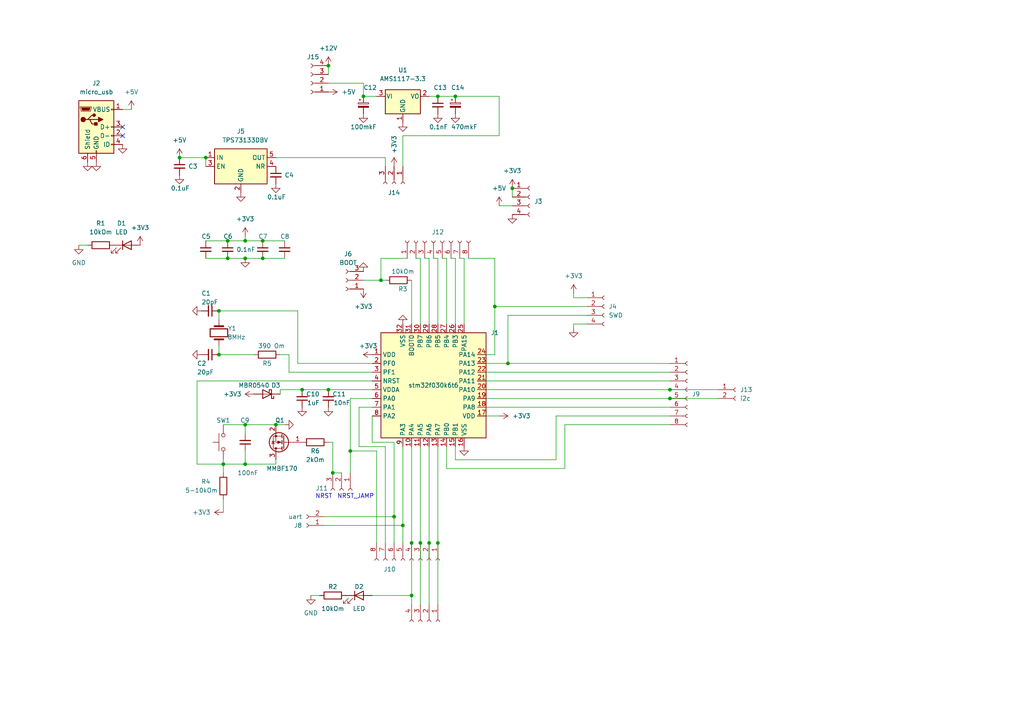
<source format=kicad_sch>
(kicad_sch (version 20230121) (generator eeschema)
  (paper "A4")
  (lib_symbols
    (symbol "Connector:Conn_01x02_Female" (pin_names (offset 1.016) hide)
      (property "Reference" "J" (at 0 2.54 0))
      (property "Value" "Conn_01x02_Female" (at 0 -5.08 0))
      (symbol "Conn_01x02_Female_1_1"
        (arc (start 0 -2.032) (mid -0.5058 -2.54) (end 0 -3.048) (stroke (width 0.1524)))
        (polyline (pts (xy -1.27 -2.54) (xy -0.508 -2.54)) (stroke (width 0.1524)))
        (polyline (pts (xy -1.27 0) (xy -0.508 0)) (stroke (width 0.1524)))
        (arc (start 0 0.508) (mid -0.5058 0) (end 0 -0.508) (stroke (width 0.1524)))
        (pin passive line (at -5.08 0 0) (length 3.81) (name "Pin_1") (number "1"))
        (pin passive line (at -5.08 -2.54 0) (length 3.81) (name "Pin_2") (number "2"))
      )
    )
    (symbol "Connector:Conn_01x03_Female" (pin_names (offset 1.016) hide)
      (property "Reference" "J" (at 0 5.08 0))
      (property "Value" "Conn_01x03_Female" (at 0 -5.08 0))
      (symbol "Conn_01x03_Female_1_1"
        (arc (start 0 -2.032) (mid -0.5058 -2.54) (end 0 -3.048) (stroke (width 0.1524)))
        (polyline (pts (xy -1.27 -2.54) (xy -0.508 -2.54)) (stroke (width 0.1524)))
        (polyline (pts (xy -1.27 0) (xy -0.508 0)) (stroke (width 0.1524)))
        (polyline (pts (xy -1.27 2.54) (xy -0.508 2.54)) (stroke (width 0.1524)))
        (arc (start 0 0.508) (mid -0.5058 0) (end 0 -0.508) (stroke (width 0.1524)))
        (arc (start 0 3.048) (mid -0.5058 2.54) (end 0 2.032) (stroke (width 0.1524)))
        (pin passive line (at -5.08 2.54 0) (length 3.81) (name "Pin_1") (number "1"))
        (pin passive line (at -5.08 0 0) (length 3.81) (name "Pin_2") (number "2"))
        (pin passive line (at -5.08 -2.54 0) (length 3.81) (name "Pin_3") (number "3"))
      )
    )
    (symbol "Connector:Conn_01x04_Female" (pin_names (offset 1.016) hide)
      (property "Reference" "J" (at 0 5.08 0))
      (property "Value" "Conn_01x04_Female" (at 0 -7.62 0))
      (symbol "Conn_01x04_Female_1_1"
        (arc (start 0 -4.572) (mid -0.5058 -5.08) (end 0 -5.588) (stroke (width 0.1524)))
        (arc (start 0 -2.032) (mid -0.5058 -2.54) (end 0 -3.048) (stroke (width 0.1524)))
        (polyline (pts (xy -1.27 -5.08) (xy -0.508 -5.08)) (stroke (width 0.1524)))
        (polyline (pts (xy -1.27 -2.54) (xy -0.508 -2.54)) (stroke (width 0.1524)))
        (polyline (pts (xy -1.27 0) (xy -0.508 0)) (stroke (width 0.1524)))
        (polyline (pts (xy -1.27 2.54) (xy -0.508 2.54)) (stroke (width 0.1524)))
        (arc (start 0 0.508) (mid -0.5058 0) (end 0 -0.508) (stroke (width 0.1524)))
        (arc (start 0 3.048) (mid -0.5058 2.54) (end 0 2.032) (stroke (width 0.1524)))
        (pin passive line (at -5.08 2.54 0) (length 3.81) (name "Pin_1") (number "1"))
        (pin passive line (at -5.08 0 0) (length 3.81) (name "Pin_2") (number "2"))
        (pin passive line (at -5.08 -2.54 0) (length 3.81) (name "Pin_3") (number "3"))
        (pin passive line (at -5.08 -5.08 0) (length 3.81) (name "Pin_4") (number "4"))
      )
    )
    (symbol "Connector:Conn_01x08_Female" (pin_names (offset 1.016) hide)
      (property "Reference" "J" (at 0 10.16 0))
      (property "Value" "Conn_01x08_Female" (at 0 -12.7 0))
      (symbol "Conn_01x08_Female_1_1"
        (arc (start 0 -9.652) (mid -0.5058 -10.16) (end 0 -10.668) (stroke (width 0.1524)))
        (arc (start 0 -7.112) (mid -0.5058 -7.62) (end 0 -8.128) (stroke (width 0.1524)))
        (arc (start 0 -4.572) (mid -0.5058 -5.08) (end 0 -5.588) (stroke (width 0.1524)))
        (arc (start 0 -2.032) (mid -0.5058 -2.54) (end 0 -3.048) (stroke (width 0.1524)))
        (polyline (pts (xy -1.27 -10.16) (xy -0.508 -10.16)) (stroke (width 0.1524)))
        (polyline (pts (xy -1.27 -7.62) (xy -0.508 -7.62)) (stroke (width 0.1524)))
        (polyline (pts (xy -1.27 -5.08) (xy -0.508 -5.08)) (stroke (width 0.1524)))
        (polyline (pts (xy -1.27 -2.54) (xy -0.508 -2.54)) (stroke (width 0.1524)))
        (polyline (pts (xy -1.27 0) (xy -0.508 0)) (stroke (width 0.1524)))
        (polyline (pts (xy -1.27 2.54) (xy -0.508 2.54)) (stroke (width 0.1524)))
        (polyline (pts (xy -1.27 5.08) (xy -0.508 5.08)) (stroke (width 0.1524)))
        (polyline (pts (xy -1.27 7.62) (xy -0.508 7.62)) (stroke (width 0.1524)))
        (arc (start 0 0.508) (mid -0.5058 0) (end 0 -0.508) (stroke (width 0.1524)))
        (arc (start 0 3.048) (mid -0.5058 2.54) (end 0 2.032) (stroke (width 0.1524)))
        (arc (start 0 5.588) (mid -0.5058 5.08) (end 0 4.572) (stroke (width 0.1524)))
        (arc (start 0 8.128) (mid -0.5058 7.62) (end 0 7.112) (stroke (width 0.1524)))
        (pin passive line (at -5.08 7.62 0) (length 3.81) (name "Pin_1") (number "1"))
        (pin passive line (at -5.08 5.08 0) (length 3.81) (name "Pin_2") (number "2"))
        (pin passive line (at -5.08 2.54 0) (length 3.81) (name "Pin_3") (number "3"))
        (pin passive line (at -5.08 0 0) (length 3.81) (name "Pin_4") (number "4"))
        (pin passive line (at -5.08 -2.54 0) (length 3.81) (name "Pin_5") (number "5"))
        (pin passive line (at -5.08 -5.08 0) (length 3.81) (name "Pin_6") (number "6"))
        (pin passive line (at -5.08 -7.62 0) (length 3.81) (name "Pin_7") (number "7"))
        (pin passive line (at -5.08 -10.16 0) (length 3.81) (name "Pin_8") (number "8"))
      )
    )
    (symbol "Connector:USB_B_Micro" (pin_names (offset 1.016))
      (property "Reference" "J" (at -5.08 11.43 0))
      (property "Value" "USB_B_Micro" (at -5.08 8.89 0))
      (symbol "USB_B_Micro_0_1"
        (rectangle (start -5.08 -7.62) (end 5.08 7.62) (stroke (width 0.254)) (fill (type background)))
        (circle (center -3.81 2.159) (radius 0.635) (stroke (width 0.254)) (fill (type outline)))
        (circle (center -0.635 3.429) (radius 0.381) (stroke (width 0.254)) (fill (type outline)))
        (rectangle (start -0.127 -7.62) (end 0.127 -6.858))
        (polyline (pts (xy -1.905 2.159) (xy 0.635 2.159)) (stroke (width 0.254)))
        (polyline (pts (xy -3.175 2.159) (xy -2.54 2.159) (xy -1.27 3.429) (xy -0.635 3.429)) (stroke (width 0.254)))
        (polyline (pts (xy -2.54 2.159) (xy -1.905 2.159) (xy -1.27 0.889) (xy 0 0.889)) (stroke (width 0.254)))
        (polyline (pts (xy 0.635 2.794) (xy 0.635 1.524) (xy 1.905 2.159) (xy 0.635 2.794)) (stroke (width 0.254)) (fill (type outline)))
        (polyline (pts (xy -4.318 5.588) (xy -1.778 5.588) (xy -2.032 4.826) (xy -4.064 4.826) (xy -4.318 5.588)) (fill (type outline)))
        (polyline (pts (xy -4.699 5.842) (xy -4.699 5.588) (xy -4.445 4.826) (xy -4.445 4.572) (xy -1.651 4.572) (xy -1.651 4.826) (xy -1.397 5.588) (xy -1.397 5.842) (xy -4.699 5.842)))
        (rectangle (start 0.254 1.27) (end -0.508 0.508) (stroke (width 0.254)) (fill (type outline)))
        (rectangle (start 5.08 -5.207) (end 4.318 -4.953))
        (rectangle (start 5.08 -2.667) (end 4.318 -2.413))
        (rectangle (start 5.08 -0.127) (end 4.318 0.127))
        (rectangle (start 5.08 4.953) (end 4.318 5.207))
      )
      (symbol "USB_B_Micro_1_1"
        (pin power_out line (at 7.62 5.08 180) (length 2.54) (name "VBUS") (number "1"))
        (pin bidirectional line (at 7.62 -2.54 180) (length 2.54) (name "D-") (number "2"))
        (pin bidirectional line (at 7.62 0 180) (length 2.54) (name "D+") (number "3"))
        (pin passive line (at 7.62 -5.08 180) (length 2.54) (name "ID") (number "4"))
        (pin power_out line (at 0 -10.16 90) (length 2.54) (name "GND") (number "5"))
        (pin passive line (at -2.54 -10.16 90) (length 2.54) (name "Shield") (number "6"))
      )
    )
    (symbol "Device:C_Polarized_Small" (pin_numbers hide) (pin_names (offset 0.254) hide)
      (property "Reference" "C" (at 0.254 1.778 0))
      (property "Value" "C_Polarized_Small" (at 0.254 -2.032 0))
      (symbol "C_Polarized_Small_0_1"
        (rectangle (start -1.524 -0.3048) (end 1.524 -0.6858) (fill (type outline)))
        (rectangle (start -1.524 0.6858) (end 1.524 0.3048))
        (polyline (pts (xy -1.27 1.524) (xy -0.762 1.524)))
        (polyline (pts (xy -1.016 1.27) (xy -1.016 1.778)))
      )
      (symbol "C_Polarized_Small_1_1"
        (pin passive line (at 0 2.54 270) (length 1.8542) (name "~") (number "1"))
        (pin passive line (at 0 -2.54 90) (length 1.8542) (name "~") (number "2"))
      )
    )
    (symbol "Device:C_Small" (pin_numbers hide) (pin_names (offset 0.254) hide)
      (property "Reference" "C" (at 0.254 1.778 0))
      (property "Value" "C_Small" (at 0.254 -2.032 0))
      (symbol "C_Small_0_1"
        (polyline (pts (xy -1.524 -0.508) (xy 1.524 -0.508)) (stroke (width 0.3302)))
        (polyline (pts (xy -1.524 0.508) (xy 1.524 0.508)) (stroke (width 0.3048)))
      )
      (symbol "C_Small_1_1"
        (pin passive line (at 0 2.54 270) (length 2.032) (name "~") (number "1"))
        (pin passive line (at 0 -2.54 90) (length 2.032) (name "~") (number "2"))
      )
    )
    (symbol "Device:Crystal" (pin_numbers hide) (pin_names (offset 1.016) hide)
      (property "Reference" "Y" (at 0 3.81 0))
      (property "Value" "Crystal" (at 0 -3.81 0))
      (symbol "Crystal_0_1"
        (rectangle (start -1.143 2.54) (end 1.143 -2.54) (stroke (width 0.3048)))
        (polyline (pts (xy -2.54 0) (xy -1.905 0)))
        (polyline (pts (xy -1.905 -1.27) (xy -1.905 1.27)) (stroke (width 0.508)))
        (polyline (pts (xy 1.905 -1.27) (xy 1.905 1.27)) (stroke (width 0.508)))
        (polyline (pts (xy 2.54 0) (xy 1.905 0)))
      )
      (symbol "Crystal_1_1"
        (pin passive line (at -3.81 0 0) (length 1.27) (name "1") (number "1"))
        (pin passive line (at 3.81 0 180) (length 1.27) (name "2") (number "2"))
      )
    )
    (symbol "Device:LED" (pin_numbers hide) (pin_names (offset 1.016) hide)
      (property "Reference" "D" (at 0 2.54 0))
      (property "Value" "LED" (at 0 -2.54 0))
      (symbol "LED_0_1"
        (polyline (pts (xy -1.27 -1.27) (xy -1.27 1.27)) (stroke (width 0.254)))
        (polyline (pts (xy -1.27 0) (xy 1.27 0)))
        (polyline (pts (xy 1.27 -1.27) (xy 1.27 1.27) (xy -1.27 0) (xy 1.27 -1.27)) (stroke (width 0.254)))
        (polyline (pts (xy -3.048 -0.762) (xy -4.572 -2.286) (xy -3.81 -2.286) (xy -4.572 -2.286) (xy -4.572 -1.524)))
        (polyline (pts (xy -1.778 -0.762) (xy -3.302 -2.286) (xy -2.54 -2.286) (xy -3.302 -2.286) (xy -3.302 -1.524)))
      )
      (symbol "LED_1_1"
        (pin passive line (at -3.81 0 0) (length 2.54) (name "K") (number "1"))
        (pin passive line (at 3.81 0 180) (length 2.54) (name "A") (number "2"))
      )
    )
    (symbol "Device:R" (pin_numbers hide) (pin_names (offset 0))
      (property "Reference" "R" (at 2.032 0 90))
      (property "Value" "R" (at 0 0 90))
      (symbol "R_0_1"
        (rectangle (start -1.016 -2.54) (end 1.016 2.54) (stroke (width 0.254)))
      )
      (symbol "R_1_1"
        (pin passive line (at 0 3.81 270) (length 1.27) (name "~") (number "1"))
        (pin passive line (at 0 -3.81 90) (length 1.27) (name "~") (number "2"))
      )
    )
    (symbol "Diode:MBR0540" (pin_numbers hide) (pin_names (offset 1.016) hide)
      (property "Reference" "D" (at 0 2.54 0))
      (property "Value" "MBR0540" (at 0 -2.54 0))
      (symbol "MBR0540_0_1"
        (polyline (pts (xy 1.27 0) (xy -1.27 0)))
        (polyline (pts (xy 1.27 1.27) (xy 1.27 -1.27) (xy -1.27 0) (xy 1.27 1.27)) (stroke (width 0.254)))
        (polyline (pts (xy -1.905 0.635) (xy -1.905 1.27) (xy -1.27 1.27) (xy -1.27 -1.27) (xy -0.635 -1.27) (xy -0.635 -0.635)) (stroke (width 0.254)))
      )
      (symbol "MBR0540_1_1"
        (pin passive line (at -3.81 0 0) (length 2.54) (name "K") (number "1"))
        (pin passive line (at 3.81 0 180) (length 2.54) (name "A") (number "2"))
      )
    )
    (symbol "Regulator_Linear:AMS1117-3.3" (pin_names (offset 0.254))
      (property "Reference" "U" (at -3.81 3.175 0))
      (property "Value" "AMS1117-3.3" (at 0 3.175 0))
      (symbol "AMS1117-3.3_0_1"
        (rectangle (start -5.08 -5.08) (end 5.08 1.905) (stroke (width 0.254)) (fill (type background)))
      )
      (symbol "AMS1117-3.3_1_1"
        (pin power_in line (at 0 -7.62 90) (length 2.54) (name "GND") (number "1"))
        (pin power_out line (at 7.62 0 180) (length 2.54) (name "VO") (number "2"))
        (pin power_in line (at -7.62 0 0) (length 2.54) (name "VI") (number "3"))
      )
    )
    (symbol "Regulator_Linear:TPS73133DBV"
      (property "Reference" "U" (at -6.35 6.35 0))
      (property "Value" "TPS73133DBV" (at 1.27 6.35 0))
      (symbol "TPS73133DBV_0_1"
        (rectangle (start -7.62 -5.08) (end 7.62 5.08) (stroke (width 0.254)) (fill (type background)))
      )
      (symbol "TPS73133DBV_1_1"
        (pin power_in line (at -10.16 2.54 0) (length 2.54) (name "IN") (number "1"))
        (pin power_in line (at 0 -7.62 90) (length 2.54) (name "GND") (number "2"))
        (pin input line (at -10.16 0 0) (length 2.54) (name "EN") (number "3"))
        (pin passive line (at 10.16 0 180) (length 2.54) (name "NR") (number "4"))
        (pin power_out line (at 10.16 2.54 180) (length 2.54) (name "OUT") (number "5"))
      )
    )
    (symbol "Switch:SW_Push" (pin_numbers hide) (pin_names (offset 1.016) hide)
      (property "Reference" "SW" (at 1.27 2.54 0))
      (property "Value" "SW_Push" (at 0 -1.524 0))
      (symbol "SW_Push_0_1"
        (circle (center -2.032 0) (radius 0.508))
        (polyline (pts (xy 0 1.27) (xy 0 3.048)))
        (polyline (pts (xy 2.54 1.27) (xy -2.54 1.27)))
        (circle (center 2.032 0) (radius 0.508))
        (pin passive line (at -5.08 0 0) (length 2.54) (name "1") (number "1"))
        (pin passive line (at 5.08 0 180) (length 2.54) (name "2") (number "2"))
      )
    )
    (symbol "Transistor_FET:MMBF170" (pin_names hide)
      (property "Reference" "Q" (at 5.08 1.905 0))
      (property "Value" "MMBF170" (at 5.08 0 0))
      (symbol "MMBF170_0_1"
        (polyline (pts (xy 0.254 0) (xy -2.54 0)))
        (polyline (pts (xy 0.254 1.905) (xy 0.254 -1.905)) (stroke (width 0.254)))
        (polyline (pts (xy 0.762 -1.27) (xy 0.762 -2.286)) (stroke (width 0.254)))
        (polyline (pts (xy 0.762 0.508) (xy 0.762 -0.508)) (stroke (width 0.254)))
        (polyline (pts (xy 0.762 2.286) (xy 0.762 1.27)) (stroke (width 0.254)))
        (polyline (pts (xy 2.54 2.54) (xy 2.54 1.778)))
        (polyline (pts (xy 2.54 -2.54) (xy 2.54 0) (xy 0.762 0)))
        (polyline (pts (xy 0.762 -1.778) (xy 3.302 -1.778) (xy 3.302 1.778) (xy 0.762 1.778)))
        (polyline (pts (xy 1.016 0) (xy 2.032 0.381) (xy 2.032 -0.381) (xy 1.016 0)) (fill (type outline)))
        (polyline (pts (xy 2.794 0.508) (xy 2.921 0.381) (xy 3.683 0.381) (xy 3.81 0.254)))
        (polyline (pts (xy 3.302 0.381) (xy 2.921 -0.254) (xy 3.683 -0.254) (xy 3.302 0.381)))
        (circle (center 1.651 0) (radius 2.794) (stroke (width 0.254)))
        (circle (center 2.54 -1.778) (radius 0.254) (fill (type outline)))
        (circle (center 2.54 1.778) (radius 0.254) (fill (type outline)))
      )
      (symbol "MMBF170_1_1"
        (pin input line (at -5.08 0 0) (length 2.54) (name "G") (number "1"))
        (pin passive line (at 2.54 -5.08 90) (length 2.54) (name "S") (number "2"))
        (pin passive line (at 2.54 5.08 270) (length 2.54) (name "D") (number "3"))
      )
    )
    (symbol "my_stm:stm32f030k6t6"
      (property "Reference" "D" (at 0 0 0))
      (property "Value" "stm32f030k6t6" (at 0 0 0))
      (symbol "stm32f030k6t6_0_1"
        (rectangle (start -11.43 36.83) (end 19.05 6.35) (stroke (width 0.254)) (fill (type background)))
      )
      (symbol "stm32f030k6t6_1_1"
        (pin power_in line (at -13.97 30.48 0) (length 2.54) (name "VDD") (number "1"))
        (pin bidirectional line (at -2.54 3.81 90) (length 2.54) (name "PA4") (number "10"))
        (pin bidirectional line (at 0 3.81 90) (length 2.54) (name "PA5") (number "11"))
        (pin bidirectional line (at 2.54 3.81 90) (length 2.54) (name "PA6") (number "12"))
        (pin bidirectional line (at 5.08 3.81 90) (length 2.54) (name "PA7") (number "13"))
        (pin bidirectional line (at 7.62 3.81 90) (length 2.54) (name "PB0") (number "14"))
        (pin bidirectional line (at 10.16 3.81 90) (length 2.54) (name "PB1") (number "15"))
        (pin power_in line (at 12.7 3.81 90) (length 2.54) (name "VSS") (number "16"))
        (pin power_in line (at 19.05 12.7 180) (length 2.54) (name "VDD") (number "17"))
        (pin bidirectional line (at 19.05 15.24 180) (length 2.54) (name "PA8") (number "18"))
        (pin bidirectional line (at 19.05 17.78 180) (length 2.54) (name "PA9") (number "19"))
        (pin input line (at -13.97 27.94 0) (length 2.54) (name "PF0") (number "2"))
        (pin bidirectional line (at 19.05 20.32 180) (length 2.54) (name "PA10") (number "20"))
        (pin bidirectional line (at 19.05 22.86 180) (length 2.54) (name "PA11") (number "21"))
        (pin bidirectional line (at 19.05 25.4 180) (length 2.54) (name "PA12") (number "22"))
        (pin bidirectional line (at 19.05 27.94 180) (length 2.54) (name "PA13") (number "23"))
        (pin bidirectional line (at 19.05 30.48 180) (length 2.54) (name "PA14") (number "24"))
        (pin bidirectional line (at 12.7 39.37 270) (length 2.54) (name "PA15") (number "25"))
        (pin bidirectional line (at 10.16 39.37 270) (length 2.54) (name "PB3") (number "26"))
        (pin bidirectional line (at 7.62 39.37 270) (length 2.54) (name "PB4") (number "27"))
        (pin bidirectional line (at 5.08 39.37 270) (length 2.54) (name "PB5") (number "28"))
        (pin bidirectional line (at 2.54 39.37 270) (length 2.54) (name "PB6") (number "29"))
        (pin input line (at -13.97 25.4 0) (length 2.54) (name "PF1") (number "3"))
        (pin bidirectional line (at 0 39.37 270) (length 2.54) (name "PB7") (number "30"))
        (pin input line (at -2.54 39.37 270) (length 2.54) (name "BOOT0") (number "31"))
        (pin power_in line (at -5.08 39.37 270) (length 2.54) (name "VSS") (number "32"))
        (pin input line (at -13.97 22.86 0) (length 2.54) (name "NRST") (number "4"))
        (pin power_in line (at -13.97 20.32 0) (length 2.54) (name "VDDA") (number "5"))
        (pin bidirectional line (at -13.97 17.78 0) (length 2.54) (name "PA0") (number "6"))
        (pin bidirectional line (at -13.97 15.24 0) (length 2.54) (name "PA1") (number "7"))
        (pin bidirectional line (at -13.97 12.7 0) (length 2.54) (name "PA2") (number "8"))
        (pin bidirectional line (at -5.08 3.81 90) (length 2.54) (name "PA3") (number "9"))
      )
    )
    (symbol "power:+12V" (power) (pin_names (offset 0))
      (property "Value" "+12V" (at 0 3.556 0))
      (symbol "+12V_0_1"
        (polyline (pts (xy -0.762 1.27) (xy 0 2.54)))
        (polyline (pts (xy 0 0) (xy 0 2.54)))
        (polyline (pts (xy 0 2.54) (xy 0.762 1.27)))
      )
      (symbol "+12V_1_1"
        (pin power_in line (at 0 0 90) (length 0) hide (name "+12V") (number "1"))
      )
    )
    (symbol "power:+3.3V" (power) (pin_names (offset 0))
      (property "Value" "+3.3V" (at 0 3.556 0))
      (symbol "+3.3V_0_1"
        (polyline (pts (xy -0.762 1.27) (xy 0 2.54)))
        (polyline (pts (xy 0 0) (xy 0 2.54)))
        (polyline (pts (xy 0 2.54) (xy 0.762 1.27)))
      )
      (symbol "+3.3V_1_1"
        (pin power_in line (at 0 0 90) (length 0) hide (name "+3V3") (number "1"))
      )
    )
    (symbol "power:+5V" (power) (pin_names (offset 0))
      (property "Value" "+5V" (at 0 3.556 0))
      (symbol "+5V_0_1"
        (polyline (pts (xy -0.762 1.27) (xy 0 2.54)))
        (polyline (pts (xy 0 0) (xy 0 2.54)))
        (polyline (pts (xy 0 2.54) (xy 0.762 1.27)))
      )
      (symbol "+5V_1_1"
        (pin power_in line (at 0 0 90) (length 0) hide (name "+5V") (number "1"))
      )
    )
    (symbol "power:GND" (power) (pin_names (offset 0))
      (property "Value" "GND" (at 0 -3.81 0))
      (symbol "GND_0_1"
        (polyline (pts (xy 0 0) (xy 0 -1.27) (xy 1.27 -1.27) (xy 0 -2.54) (xy -1.27 -1.27) (xy 0 -1.27)))
      )
      (symbol "GND_1_1"
        (pin power_in line (at 0 0 270) (length 0) hide (name "GND") (number "1"))
      )
    )
  )
  (junction (at 66.04 74.93))
  (junction (at 143.51 88.9))
  (junction (at 127 157.48))
  (junction (at 87.63 113.03))
  (junction (at 116.84 152.4))
  (junction (at 110.49 81.28))
  (junction (at 59.69 45.72))
  (junction (at 71.12 134.62))
  (junction (at 121.92 157.48))
  (junction (at 63.5 102.87))
  (junction (at 52.07 45.72))
  (junction (at 71.12 74.93))
  (junction (at 80.01 123.19))
  (junction (at 71.12 123.19))
  (junction (at 114.3 149.86))
  (junction (at 148.59 54.61))
  (junction (at 132.08 27.94))
  (junction (at 71.12 69.85))
  (junction (at 194.31 115.57))
  (junction (at 66.04 69.85))
  (junction (at 119.38 172.72))
  (junction (at 96.52 137.16))
  (junction (at 76.2 69.85))
  (junction (at 124.46 157.48))
  (junction (at 101.6 130.81))
  (junction (at 64.77 134.62))
  (junction (at 105.41 27.94))
  (junction (at 194.31 113.03))
  (junction (at 63.5 90.17))
  (junction (at 127 27.94))
  (junction (at 95.25 113.03))
  (junction (at 119.38 157.48))
  (junction (at 95.25 19.05))
  (junction (at 147.32 105.41))
  (junction (at 76.2 74.93))
  (no_connect (at 35.56 39.37))
  (no_connect (at 35.56 36.83))
  (wire (pts (xy 111.76 129.54) (xy 111.76 157.48)))
  (wire (pts (xy 71.12 134.62) (xy 80.01 134.62)))
  (wire (pts (xy 124.46 74.93) (xy 123.19 74.93)))
  (wire (pts (xy 119.38 129.54) (xy 119.38 157.48)))
  (wire (pts (xy 95.25 24.13) (xy 105.41 24.13)))
  (wire (pts (xy 93.98 152.4) (xy 116.84 152.4)))
  (wire (pts (xy 66.04 74.93) (xy 71.12 74.93)))
  (wire (pts (xy 119.38 172.72) (xy 107.95 172.72)))
  (wire (pts (xy 140.97 118.11) (xy 194.31 118.11)))
  (wire (pts (xy 140.97 105.41) (xy 147.32 105.41)))
  (wire (pts (xy 87.63 113.03) (xy 81.28 113.03)))
  (wire (pts (xy 93.98 149.86) (xy 114.3 149.86)))
  (wire (pts (xy 80.01 134.62) (xy 80.01 133.35)))
  (wire (pts (xy 59.69 69.85) (xy 66.04 69.85)))
  (wire (pts (xy 96.52 128.27) (xy 96.52 137.16)))
  (wire (pts (xy 127 27.94) (xy 132.08 27.94)))
  (wire (pts (xy 132.08 93.98) (xy 132.08 74.93)))
  (wire (pts (xy 166.37 93.98) (xy 166.37 95.25)))
  (wire (pts (xy 101.6 130.81) (xy 101.6 137.16)))
  (wire (pts (xy 118.11 74.93) (xy 110.49 74.93)))
  (wire (pts (xy 80.01 123.19) (xy 71.12 123.19)))
  (wire (pts (xy 107.95 118.11) (xy 104.14 118.11)))
  (wire (pts (xy 83.82 102.87) (xy 83.82 107.95)))
  (wire (pts (xy 127 93.98) (xy 127 74.93)))
  (wire (pts (xy 166.37 93.98) (xy 170.18 93.98)))
  (wire (pts (xy 127 175.26) (xy 127 157.48)))
  (wire (pts (xy 143.51 74.93) (xy 135.89 74.93)))
  (wire (pts (xy 105.41 24.13) (xy 105.41 27.94)))
  (wire (pts (xy 95.25 128.27) (xy 96.52 128.27)))
  (wire (pts (xy 80.01 45.72) (xy 111.76 45.72)))
  (wire (pts (xy 57.15 110.49) (xy 57.15 134.62)))
  (wire (pts (xy 57.15 134.62) (xy 64.77 134.62)))
  (wire (pts (xy 143.51 88.9) (xy 143.51 102.87)))
  (wire (pts (xy 116.84 152.4) (xy 116.84 157.48)))
  (wire (pts (xy 87.63 113.03) (xy 95.25 113.03)))
  (wire (pts (xy 119.38 93.98) (xy 119.38 81.28)))
  (wire (pts (xy 114.3 128.27) (xy 114.3 149.86)))
  (wire (pts (xy 59.69 74.93) (xy 66.04 74.93)))
  (wire (pts (xy 132.08 74.93) (xy 130.81 74.93)))
  (wire (pts (xy 81.28 102.87) (xy 83.82 102.87)))
  (wire (pts (xy 121.92 129.54) (xy 121.92 157.48)))
  (wire (pts (xy 96.52 137.16) (xy 99.06 137.16)))
  (wire (pts (xy 129.54 74.93) (xy 128.27 74.93)))
  (wire (pts (xy 109.22 130.81) (xy 109.22 157.48)))
  (wire (pts (xy 121.92 93.98) (xy 121.92 74.93)))
  (wire (pts (xy 166.37 85.09) (xy 166.37 86.36)))
  (wire (pts (xy 52.07 45.72) (xy 59.69 45.72)))
  (wire (pts (xy 140.97 102.87) (xy 143.51 102.87)))
  (wire (pts (xy 76.2 74.93) (xy 82.55 74.93)))
  (wire (pts (xy 110.49 81.28) (xy 105.41 81.28)))
  (wire (pts (xy 208.28 113.03) (xy 194.31 113.03)))
  (wire (pts (xy 121.92 74.93) (xy 120.65 74.93)))
  (wire (pts (xy 107.95 128.27) (xy 107.95 120.65)))
  (wire (pts (xy 71.12 134.62) (xy 64.77 134.62)))
  (wire (pts (xy 132.08 27.94) (xy 144.78 27.94)))
  (wire (pts (xy 101.6 130.81) (xy 109.22 130.81)))
  (wire (pts (xy 63.5 102.87) (xy 73.66 102.87)))
  (wire (pts (xy 124.46 175.26) (xy 124.46 157.48)))
  (wire (pts (xy 86.36 105.41) (xy 86.36 90.17)))
  (wire (pts (xy 104.14 118.11) (xy 104.14 129.54)))
  (wire (pts (xy 64.77 134.62) (xy 64.77 133.35)))
  (wire (pts (xy 127 27.94) (xy 124.46 27.94)))
  (wire (pts (xy 110.49 74.93) (xy 110.49 81.28)))
  (wire (pts (xy 64.77 148.59) (xy 64.77 144.78)))
  (wire (pts (xy 71.12 68.58) (xy 71.12 69.85)))
  (wire (pts (xy 66.04 69.85) (xy 71.12 69.85)))
  (wire (pts (xy 129.54 74.93) (xy 129.54 93.98)))
  (wire (pts (xy 148.59 54.61) (xy 148.59 57.15)))
  (wire (pts (xy 163.83 135.89) (xy 163.83 123.19)))
  (wire (pts (xy 140.97 115.57) (xy 194.31 115.57)))
  (wire (pts (xy 86.36 90.17) (xy 63.5 90.17)))
  (wire (pts (xy 124.46 74.93) (xy 124.46 93.98)))
  (wire (pts (xy 71.12 125.73) (xy 71.12 123.19)))
  (wire (pts (xy 111.76 81.28) (xy 110.49 81.28)))
  (wire (pts (xy 129.54 129.54) (xy 129.54 135.89)))
  (wire (pts (xy 147.32 91.44) (xy 147.32 105.41)))
  (wire (pts (xy 116.84 129.54) (xy 116.84 152.4)))
  (wire (pts (xy 111.76 45.72) (xy 111.76 48.26)))
  (wire (pts (xy 22.86 71.12) (xy 25.4 71.12)))
  (wire (pts (xy 105.41 27.94) (xy 109.22 27.94)))
  (wire (pts (xy 59.69 45.72) (xy 59.69 48.26)))
  (wire (pts (xy 134.62 74.93) (xy 134.62 93.98)))
  (wire (pts (xy 143.51 88.9) (xy 170.18 88.9)))
  (wire (pts (xy 64.77 137.16) (xy 64.77 134.62)))
  (wire (pts (xy 127 129.54) (xy 127 157.48)))
  (wire (pts (xy 114.3 149.86) (xy 114.3 157.48)))
  (wire (pts (xy 119.38 175.26) (xy 119.38 172.72)))
  (wire (pts (xy 127 74.93) (xy 125.73 74.93)))
  (wire (pts (xy 161.29 133.35) (xy 161.29 120.65)))
  (wire (pts (xy 71.12 74.93) (xy 76.2 74.93)))
  (wire (pts (xy 95.25 19.05) (xy 95.25 21.59)))
  (wire (pts (xy 71.12 69.85) (xy 76.2 69.85)))
  (wire (pts (xy 107.95 105.41) (xy 86.36 105.41)))
  (wire (pts (xy 121.92 175.26) (xy 121.92 157.48)))
  (wire (pts (xy 134.62 74.93) (xy 133.35 74.93)))
  (wire (pts (xy 81.28 113.03) (xy 81.28 114.3)))
  (wire (pts (xy 116.84 39.37) (xy 144.78 39.37)))
  (wire (pts (xy 63.5 90.17) (xy 63.5 92.71)))
  (wire (pts (xy 132.08 133.35) (xy 161.29 133.35)))
  (wire (pts (xy 170.18 91.44) (xy 147.32 91.44)))
  (wire (pts (xy 76.2 69.85) (xy 82.55 69.85)))
  (wire (pts (xy 143.51 74.93) (xy 143.51 88.9)))
  (wire (pts (xy 119.38 157.48) (xy 119.38 172.72)))
  (wire (pts (xy 144.78 59.69) (xy 148.59 59.69)))
  (wire (pts (xy 114.3 128.27) (xy 107.95 128.27)))
  (wire (pts (xy 83.82 107.95) (xy 107.95 107.95)))
  (wire (pts (xy 80.01 123.19) (xy 82.55 123.19)))
  (wire (pts (xy 147.32 105.41) (xy 194.31 105.41)))
  (wire (pts (xy 104.14 129.54) (xy 111.76 129.54)))
  (wire (pts (xy 140.97 120.65) (xy 144.78 120.65)))
  (wire (pts (xy 140.97 113.03) (xy 194.31 113.03)))
  (wire (pts (xy 116.84 48.26) (xy 116.84 39.37)))
  (wire (pts (xy 95.25 113.03) (xy 107.95 113.03)))
  (wire (pts (xy 71.12 123.19) (xy 64.77 123.19)))
  (wire (pts (xy 107.95 115.57) (xy 101.6 115.57)))
  (wire (pts (xy 144.78 39.37) (xy 144.78 27.94)))
  (wire (pts (xy 63.5 100.33) (xy 63.5 102.87)))
  (wire (pts (xy 140.97 110.49) (xy 194.31 110.49)))
  (wire (pts (xy 129.54 135.89) (xy 163.83 135.89)))
  (wire (pts (xy 101.6 115.57) (xy 101.6 130.81)))
  (wire (pts (xy 140.97 107.95) (xy 194.31 107.95)))
  (wire (pts (xy 166.37 86.36) (xy 170.18 86.36)))
  (wire (pts (xy 208.28 115.57) (xy 194.31 115.57)))
  (wire (pts (xy 163.83 123.19) (xy 194.31 123.19)))
  (wire (pts (xy 71.12 130.81) (xy 71.12 134.62)))
  (wire (pts (xy 38.1 31.75) (xy 35.56 31.75)))
  (wire (pts (xy 90.17 172.72) (xy 92.71 172.72)))
  (wire (pts (xy 132.08 129.54) (xy 132.08 133.35)))
  (wire (pts (xy 124.46 129.54) (xy 124.46 157.48)))
  (wire (pts (xy 107.95 110.49) (xy 57.15 110.49)))
  (wire (pts (xy 161.29 120.65) (xy 194.31 120.65)))
  (text "NRST_JAMP" (at 97.79 144.78 0) (effects (font (size 1.27 1.27)) (justify left bottom)))
  (text "NRST" (at 91.44 144.78 0) (effects (font (size 1.27 1.27)) (justify left bottom)))
  (symbol (lib_id "Connector:Conn_01x03_Female") (at 114.3 53.34 270) (unit 1)
    (property "Reference" "J14" (at 114.3 55.88 90))
    (property "Value" "Conn_01x03_Female" (effects hide))
    (property "Footprint" "Connector_PinHeader_2.54mm:PinHeader_1x03_P2.54mm_Vertical" (effects hide))
  )
  (symbol (lib_id "power:GND") (at 71.12 74.93 0) (unit 1)
    (property "Reference" "#PWR0126" (effects hide))
    (property "Value" "GND" (effects hide))
  )
  (symbol (lib_id "Connector:Conn_01x08_Female") (at 199.39 113.03 0) (unit 1)
    (property "Reference" "J9" (at 200.66 114.2999 0) (effects (justify left)))
    (property "Value" "Сделать вместе" (effects hide))
    (property "Footprint" "Connector_PinHeader_2.54mm:PinHeader_1x08_P2.54mm_Vertical" (effects hide))
  )
  (symbol (lib_id "Device:C_Small") (at 59.69 72.39 0) (unit 1)
    (property "Reference" "C5" (at 58.42 68.58 0) (effects (justify left)))
    (property "Value" "0.1nF" (at 68.58 72.39 0) (effects (justify left)))
    (property "Footprint" "Capacitor_SMD:C_0603_1608Metric" (effects hide))
  )
  (symbol (lib_id "power:GND") (at 82.55 123.19 90) (unit 1)
    (property "Reference" "#PWR0122" (effects hide))
    (property "Value" "GND" (effects hide))
  )
  (symbol (lib_id "power:GND") (at 127 33.02 0) (unit 1)
    (property "Reference" "#PWR0134" (effects hide))
    (property "Value" "GND" (effects hide))
  )
  (symbol (lib_id "Device:C_Polarized_Small") (at 132.08 30.48 0) (unit 1)
    (property "Reference" "C14" (at 130.81 25.4 0) (effects (justify left)))
    (property "Value" "470mkF" (at 130.81 36.83 0) (effects (justify left)))
    (property "Footprint" "Capacitor_THT:CP_Radial_D8.0mm_P3.50mm" (effects hide))
  )
  (symbol (lib_id "Device:R") (at 77.47 102.87 270) (unit 1)
    (property "Reference" "R5" (at 77.47 105.41 90))
    (property "Value" "390 Om" (at 78.74 100.33 90))
    (property "Footprint" "Resistor_SMD:R_0603_1608Metric" (effects hide))
  )
  (symbol (lib_id "power:+5V") (at 38.1 31.75 0) (unit 1)
    (property "Reference" "#PWR0110" (effects hide))
    (property "Value" "+5V" (at 38.1 26.67 0))
  )
  (symbol (lib_id "power:GND") (at 134.62 129.54 0) (unit 1)
    (property "Reference" "#PWR0125" (effects hide))
    (property "Value" "GND" (effects hide))
  )
  (symbol (lib_id "power:GND") (at 148.59 62.23 0) (unit 1)
    (property "Reference" "#PWR0132" (effects hide))
    (property "Value" "GND" (effects hide))
  )
  (symbol (lib_id "Device:R") (at 96.52 172.72 90) (unit 1)
    (property "Reference" "R2" (at 96.52 170.18 90))
    (property "Value" "10kOm" (at 96.52 176.53 90))
    (property "Footprint" "Resistor_SMD:R_0201_0603Metric" (effects hide))
  )
  (symbol (lib_id "power:+3.3V") (at 71.12 68.58 0) (unit 1)
    (property "Reference" "#PWR0104" (effects hide))
    (property "Value" "+3.3V" (at 71.12 63.5 0))
  )
  (symbol (lib_id "Device:R") (at 64.77 140.97 0) (unit 1)
    (property "Reference" "R4" (at 59.69 139.7 0))
    (property "Value" "5-10kOm" (at 58.42 142.24 0))
    (property "Footprint" "Resistor_SMD:R_0603_1608Metric" (effects hide))
  )
  (symbol (lib_id "power:GND") (at 69.85 55.88 0) (unit 1)
    (property "Reference" "#PWR0127" (effects hide))
    (property "Value" "GND" (effects hide))
  )
  (symbol (lib_id "Device:C_Small") (at 76.2 72.39 0) (unit 1)
    (property "Reference" "C7" (at 74.93 68.58 0) (effects (justify left)))
    (property "Value" "0.1nF" (effects hide))
    (property "Footprint" "Capacitor_SMD:C_0603_1608Metric" (effects hide))
  )
  (symbol (lib_id "power:GND") (at 35.56 41.91 0) (unit 1)
    (property "Reference" "#PWR0109" (effects hide))
    (property "Value" "GND" (effects hide))
  )
  (symbol (lib_id "Regulator_Linear:AMS1117-3.3") (at 116.84 27.94 0) (unit 1)
    (property "Reference" "U1" (at 116.84 20.32 0))
    (property "Value" "AMS1117-3.3" (at 116.84 22.86 0))
    (property "Footprint" "Package_TO_SOT_SMD:SOT-223-3_TabPin2" (effects hide))
    (property "Datasheet" "http://www.advanced-monolithic.com/pdf/ds1117.pdf" (effects hide))
  )
  (symbol (lib_id "Connector:Conn_01x04_Female") (at 124.46 180.34 270) (unit 1)
    (property "Reference" "J7" (effects hide))
    (property "Value" "spi" (effects hide))
    (property "Footprint" "Connector_PinHeader_2.54mm:PinHeader_1x04_P2.54mm_Vertical" (effects hide))
  )
  (symbol (lib_id "Connector:USB_B_Micro") (at 27.94 36.83 0) (unit 1)
    (property "Reference" "J2" (at 27.94 24.13 0))
    (property "Value" "micro_usb" (at 27.94 26.67 0))
    (property "Footprint" "Connector_USB:USB_Micro-B_Amphenol_10104110_Horizontal" (effects hide))
  )
  (symbol (lib_id "Device:C_Small") (at 66.04 72.39 0) (unit 1)
    (property "Reference" "C6" (at 64.77 68.58 0) (effects (justify left)))
    (property "Value" "0.1nF" (effects hide))
    (property "Footprint" "Capacitor_SMD:C_0603_1608Metric" (effects hide))
  )
  (symbol (lib_id "Device:C_Polarized_Small") (at 105.41 30.48 0) (unit 1)
    (property "Reference" "C12" (at 105.41 25.4 0) (effects (justify left)))
    (property "Value" "100mkF" (at 101.6 36.83 0) (effects (justify left)))
    (property "Footprint" "Capacitor_THT:CP_Radial_D8.0mm_P3.50mm" (effects hide))
  )
  (symbol (lib_id "Device:C_Small") (at 82.55 72.39 0) (unit 1)
    (property "Reference" "C8" (at 81.28 68.58 0) (effects (justify left)))
    (property "Value" "0.1nF" (effects hide))
    (property "Footprint" "Capacitor_SMD:C_0603_1608Metric" (effects hide))
  )
  (symbol (lib_id "power:GND") (at 52.07 50.8 0) (unit 1)
    (property "Reference" "#PWR0112" (effects hide))
    (property "Value" "GND" (effects hide))
  )
  (symbol (lib_id "power:+3.3V") (at 105.41 83.82 180) (unit 1)
    (property "Reference" "#PWR0116" (effects hide))
    (property "Value" "+3.3V" (at 105.41 88.9 0))
  )
  (symbol (lib_id "Device:R") (at 115.57 81.28 270) (unit 1)
    (property "Reference" "R3" (at 116.84 83.82 90))
    (property "Value" "10kOm" (at 116.84 78.74 90))
    (property "Footprint" "Resistor_SMD:R_0603_1608Metric" (effects hide))
  )
  (symbol (lib_id "power:GND") (at 95.25 118.11 0) (unit 1)
    (property "Reference" "#PWR0119" (effects hide))
    (property "Value" "GND" (effects hide))
  )
  (symbol (lib_id "power:GND") (at 105.41 33.02 0) (unit 1)
    (property "Reference" "#PWR0133" (effects hide))
    (property "Value" "GND" (effects hide))
  )
  (symbol (lib_id "power:GND") (at 58.42 102.87 270) (unit 1)
    (property "Reference" "#PWR0101" (effects hide))
    (property "Value" "GND" (effects hide))
  )
  (symbol (lib_id "Connector:Conn_01x04_Female") (at 175.26 88.9 0) (unit 1)
    (property "Reference" "J4" (at 176.53 88.8999 0) (effects (justify left)))
    (property "Value" "SWD" (at 176.53 91.44 0) (effects (justify left)))
    (property "Footprint" "Connector_PinHeader_2.54mm:PinHeader_1x04_P2.54mm_Vertical" (effects hide))
  )
  (symbol (lib_id "power:+3.3V") (at 107.95 102.87 90) (unit 1)
    (property "Reference" "#PWR0117" (effects hide))
    (property "Value" "+3.3V" (at 104.14 100.33 90) (effects (justify right)))
  )
  (symbol (lib_id "Connector:Conn_01x02_Female") (at 213.36 113.03 0) (unit 1)
    (property "Reference" "J13" (at 214.63 113.0299 0) (effects (justify left)))
    (property "Value" "i2c" (at 214.63 115.5699 0) (effects (justify left)))
    (property "Footprint" "Connector_PinHeader_2.54mm:PinHeader_1x02_P2.54mm_Vertical" (effects hide))
  )
  (symbol (lib_id "power:+3.3V") (at 73.66 114.3 90) (unit 1)
    (property "Reference" "#PWR0103" (effects hide))
    (property "Value" "+3.3V" (at 64.77 114.3 90) (effects (justify right)))
  )
  (symbol (lib_id "Device:LED") (at 36.83 71.12 0) (unit 1)
    (property "Reference" "D1" (at 35.2425 64.77 0))
    (property "Value" "LED" (at 35.2425 67.31 0))
    (property "Footprint" "LED_SMD:LED_0603_1608Metric_Pad1.05x0.95mm_HandSolder" (effects hide))
  )
  (symbol (lib_id "Connector:Conn_01x03_Female") (at 100.33 81.28 180) (unit 1)
    (property "Reference" "J6" (at 100.965 73.66 0))
    (property "Value" "BOOT" (at 100.965 76.2 0))
    (property "Footprint" "Connector_PinHeader_2.54mm:PinHeader_1x03_P2.54mm_Vertical" (effects hide))
  )
  (symbol (lib_id "power:+3.3V") (at 114.3 48.26 0) (unit 1)
    (property "Reference" "#PWR0129" (effects hide))
    (property "Value" "+3.3V" (at 114.3 41.91 90))
  )
  (symbol (lib_id "Device:C_Small") (at 95.25 115.57 180) (unit 1)
    (property "Reference" "C11" (at 100.33 114.3 0) (effects (justify left)))
    (property "Value" "10nF" (at 101.6 116.84 0) (effects (justify left)))
    (property "Footprint" "Capacitor_SMD:C_0603_1608Metric" (effects hide))
  )
  (symbol (lib_id "power:GND") (at 87.63 118.11 0) (unit 1)
    (property "Reference" "#PWR0121" (effects hide))
    (property "Value" "GND" (effects hide))
  )
  (symbol (lib_id "power:+12V") (at 95.25 19.05 0) (unit 1)
    (property "Reference" "#PWR0137" (effects hide))
    (property "Value" "+12V" (at 95.25 13.97 0))
  )
  (symbol (lib_id "Switch:SW_Push") (at 64.77 128.27 90) (unit 1)
    (property "Reference" "SW1" (at 64.77 121.92 90))
    (property "Value" "SW_Push" (effects hide))
    (property "Footprint" "Button_Switch_SMD:SW_SPST_FSMSM" (effects hide))
  )
  (symbol (lib_id "power:+3.3V") (at 40.64 71.12 0) (unit 1)
    (property "Reference" "#PWR0108" (effects hide))
    (property "Value" "+3.3V" (at 40.64 66.04 0))
  )
  (symbol (lib_id "Connector:Conn_01x04_Female") (at 153.67 57.15 0) (unit 1)
    (property "Reference" "J3" (at 154.94 58.4199 0) (effects (justify left)))
    (property "Value" "Conn_01x04_Female" (effects hide))
    (property "Footprint" "Connector_PinHeader_2.54mm:PinHeader_1x04_P2.54mm_Vertical" (effects hide))
  )
  (symbol (lib_id "Diode:MBR0540") (at 77.47 114.3 180) (unit 1)
    (property "Reference" "D3" (at 80.01 111.76 0))
    (property "Value" "MBR0540" (at 73.66 111.76 0))
    (property "Footprint" "Diode_SMD:D_SOD-123" (effects hide))
    (property "Datasheet" "http://www.mccsemi.com/up_pdf/MBR0520~MBR0580(SOD123).pdf" (effects hide))
  )
  (symbol (lib_id "Connector:Conn_01x08_Female") (at 119.38 162.56 270) (unit 1)
    (property "Reference" "J10" (at 113.03 165.1 90))
    (property "Value" "Сделать вместе" (effects hide))
    (property "Footprint" "Connector_PinHeader_2.54mm:PinHeader_1x08_P2.54mm_Vertical" (effects hide))
  )
  (symbol (lib_id "Device:C_Small") (at 87.63 115.57 180) (unit 1)
    (property "Reference" "C10" (at 92.71 114.3 0) (effects (justify left)))
    (property "Value" "1uF" (at 92.71 116.84 0) (effects (justify left)))
    (property "Footprint" "Capacitor_SMD:C_0603_1608Metric" (effects hide))
  )
  (symbol (lib_id "Device:C_Small") (at 127 30.48 0) (unit 1)
    (property "Reference" "C13" (at 125.73 25.4 0) (effects (justify left)))
    (property "Value" "0.1nF" (at 124.46 36.83 0) (effects (justify left)))
    (property "Footprint" "Capacitor_SMD:C_0603_1608Metric" (effects hide))
  )
  (symbol (lib_id "Device:C_Small") (at 60.96 90.17 270) (unit 1)
    (property "Reference" "C1" (at 58.42 85.09 90) (effects (justify left)))
    (property "Value" "20pF" (at 58.42 87.63 90) (effects (justify left)))
    (property "Footprint" "Capacitor_SMD:C_0201_0603Metric" (effects hide))
  )
  (symbol (lib_id "power:GND") (at 116.84 93.98 180) (unit 1)
    (property "Reference" "#PWR0118" (effects hide))
    (property "Value" "GND" (effects hide))
  )
  (symbol (lib_id "power:+5V") (at 144.78 59.69 0) (unit 1)
    (property "Reference" "#PWR0130" (effects hide))
    (property "Value" "+5V" (at 144.78 54.61 0))
  )
  (symbol (lib_id "power:GND") (at 166.37 95.25 0) (unit 1)
    (property "Reference" "#PWR0113" (effects hide))
    (property "Value" "GND" (effects hide))
  )
  (symbol (lib_id "Device:R") (at 91.44 128.27 90) (unit 1)
    (property "Reference" "R6" (at 91.44 130.81 90))
    (property "Value" "2kOm" (at 91.44 133.35 90))
    (property "Footprint" "Resistor_SMD:R_0603_1608Metric" (effects hide))
  )
  (symbol (lib_id "Connector:Conn_01x02_Female") (at 88.9 152.4 180) (unit 1)
    (property "Reference" "J8" (at 87.63 152.4001 0) (effects (justify left)))
    (property "Value" "uart" (at 87.63 149.8601 0) (effects (justify left)))
    (property "Footprint" "Connector_PinHeader_2.54mm:PinHeader_1x02_P2.54mm_Vertical" (effects hide))
  )
  (symbol (lib_id "power:+5V") (at 52.07 45.72 0) (unit 1)
    (property "Reference" "#PWR0111" (effects hide))
    (property "Value" "+5V" (at 52.07 40.64 0))
  )
  (symbol (lib_id "Connector:Conn_01x04_Female") (at 90.17 24.13 180) (unit 1)
    (property "Reference" "J15" (at 90.805 16.51 0))
    (property "Value" "Conn_01x04_Female" (effects hide))
    (property "Footprint" "Connector_PinHeader_2.54mm:PinHeader_1x04_P2.54mm_Vertical" (effects hide))
  )
  (symbol (lib_id "power:+3.3V") (at 166.37 85.09 0) (unit 1)
    (property "Reference" "#PWR0114" (effects hide))
    (property "Value" "+3.3V" (at 166.37 80.01 0))
  )
  (symbol (lib_id "power:GND") (at 80.01 53.34 0) (unit 1)
    (property "Reference" "#PWR0128" (effects hide))
    (property "Value" "GND" (effects hide))
  )
  (symbol (lib_id "Connector:Conn_01x08_Female") (at 125.73 69.85 90) (unit 1)
    (property "Reference" "J12" (at 127 67.31 90))
    (property "Value" "Conn_01x08_Female" (effects hide))
    (property "Footprint" "Connector_PinHeader_2.54mm:PinHeader_1x08_P2.54mm_Vertical" (effects hide))
  )
  (symbol (lib_id "power:+3.3V") (at 144.78 120.65 270) (unit 1)
    (property "Reference" "#PWR0124" (effects hide))
    (property "Value" "+3.3V" (at 148.59 120.6499 90) (effects (justify left)))
  )
  (symbol (lib_id "power:+3.3V") (at 148.59 54.61 0) (unit 1)
    (property "Reference" "#PWR0131" (effects hide))
    (property "Value" "+3.3V" (at 148.59 49.53 0))
  )
  (symbol (lib_id "Transistor_FET:MMBF170") (at 82.55 128.27 180) (unit 1)
    (property "Reference" "Q1" (at 82.55 121.92 0) (effects (justify left)))
    (property "Value" "MMBF170" (at 86.36 135.89 0) (effects (justify left)))
    (property "Footprint" "Package_TO_SOT_SMD:SOT-23" (effects hide))
    (property "Datasheet" "https://www.diodes.com/assets/Datasheets/ds30104.pdf" (effects hide))
  )
  (symbol (lib_id "Device:Crystal") (at 63.5 96.52 270) (unit 1)
    (property "Reference" "Y1" (at 67.31 95.25 90))
    (property "Value" "8MHz" (at 68.58 97.79 90))
    (property "Footprint" "Crystal:Crystal_HC18-U_Vertical" (effects hide))
  )
  (symbol (lib_id "power:GND") (at 58.42 90.17 270) (unit 1)
    (property "Reference" "#PWR0102" (effects hide))
    (property "Value" "GND" (effects hide))
  )
  (symbol (lib_id "Connector:Conn_01x03_Female") (at 99.06 142.24 270) (unit 1)
    (property "Reference" "J11" (at 93.345 141.605 90))
    (property "Value" "Сделать вместе" (effects hide))
    (property "Footprint" "Connector_PinHeader_2.54mm:PinHeader_1x03_P2.54mm_Vertical" (effects hide))
  )
  (symbol (lib_id "power:GND") (at 90.17 172.72 0) (unit 1)
    (property "Reference" "#PWR0115" (effects hide))
    (property "Value" "GND" (at 90.17 177.8 0))
  )
  (symbol (lib_id "power:GND") (at 22.86 71.12 0) (unit 1)
    (property "Reference" "#PWR0105" (effects hide))
    (property "Value" "GND" (at 22.86 76.2 0))
  )
  (symbol (lib_id "Device:C_Small") (at 80.01 50.8 0) (unit 1)
    (property "Reference" "C4" (at 82.55 50.8 0) (effects (justify left)))
    (property "Value" "0.1uF" (at 77.47 57.15 0) (effects (justify left)))
    (property "Footprint" "Capacitor_SMD:C_0603_1608Metric" (effects hide))
  )
  (symbol (lib_id "power:GND") (at 132.08 33.02 0) (unit 1)
    (property "Reference" "#PWR0140" (effects hide))
    (property "Value" "GND" (effects hide))
  )
  (symbol (lib_id "power:GND") (at 27.94 46.99 0) (unit 1)
    (property "Reference" "#PWR0106" (effects hide))
    (property "Value" "GND" (effects hide))
  )
  (symbol (lib_id "Device:R") (at 29.21 71.12 90) (unit 1)
    (property "Reference" "R1" (at 29.21 64.77 90))
    (property "Value" "10kOm" (at 29.21 67.31 90))
    (property "Footprint" "Resistor_SMD:R_0201_0603Metric" (effects hide))
  )
  (symbol (lib_id "Device:C_Small") (at 52.07 48.26 0) (unit 1)
    (property "Reference" "C3" (at 54.61 48.26 0) (effects (justify left)))
    (property "Value" "0.1uF" (at 49.53 54.61 0) (effects (justify left)))
    (property "Footprint" "Capacitor_SMD:C_0603_1608Metric" (effects hide))
  )
  (symbol (lib_id "my_stm:stm32f030k6t6") (at 121.92 133.35 0) (unit 1)
    (property "Reference" "J1" (at 143.51 96.52 0))
    (property "Value" "stm32f030k6t6" (at 125.73 111.76 0))
    (property "Footprint" "Package_QFP:LQFP-32_7x7mm_P0.8mm" (effects hide))
  )
  (symbol (lib_id "Device:LED") (at 104.14 172.72 0) (unit 1)
    (property "Reference" "D2" (at 104.14 170.18 0))
    (property "Value" "LED" (at 104.14 176.53 0))
    (property "Footprint" "LED_SMD:LED_0603_1608Metric_Pad1.05x0.95mm_HandSolder" (effects hide))
  )
  (symbol (lib_id "power:+5V") (at 95.25 26.67 270) (unit 1)
    (property "Reference" "#PWR0136" (effects hide))
    (property "Value" "+5V" (at 99.06 26.6699 90) (effects (justify left)))
  )
  (symbol (lib_id "power:+3.3V") (at 64.77 148.59 90) (unit 1)
    (property "Reference" "#PWR0120" (effects hide))
    (property "Value" "+3.3V" (at 58.42 148.59 90))
  )
  (symbol (lib_id "power:GND") (at 105.41 78.74 180) (unit 1)
    (property "Reference" "#PWR0123" (effects hide))
    (property "Value" "GND" (effects hide))
  )
  (symbol (lib_id "Device:C_Small") (at 60.96 102.87 270) (unit 1)
    (property "Reference" "C2" (at 57.15 105.41 90) (effects (justify left)))
    (property "Value" "20pF" (at 57.15 107.95 90) (effects (justify left)))
    (property "Footprint" "Capacitor_SMD:C_0201_0603Metric" (effects hide))
  )
  (symbol (lib_id "Device:C_Small") (at 71.12 128.27 180) (unit 1)
    (property "Reference" "C9" (at 72.39 121.92 0) (effects (justify left)))
    (property "Value" "100nF" (at 74.93 137.16 0) (effects (justify left)))
    (property "Footprint" "Capacitor_SMD:C_0603_1608Metric" (effects hide))
  )
  (symbol (lib_id "Regulator_Linear:TPS73133DBV") (at 69.85 48.26 0) (unit 1)
    (property "Reference" "J5" (at 69.85 38.1 0))
    (property "Value" "TPS73133DBV" (at 71.12 40.64 0))
    (property "Footprint" "Package_TO_SOT_SMD:SOT-23-5" (effects hide))
    (property "Datasheet" "http://www.ti.com/lit/ds/symlink/tps731.pdf" (effects hide))
  )
  (symbol (lib_id "power:GND") (at 25.4 46.99 0) (unit 1)
    (property "Reference" "#PWR0107" (effects hide))
    (property "Value" "GND" (effects hide))
  )
  (symbol (lib_id "power:GND") (at 116.84 35.56 0) (unit 1)
    (property "Reference" "#PWR0135" (effects hide))
    (property "Value" "GND" (effects hide))
  )
)
</source>
